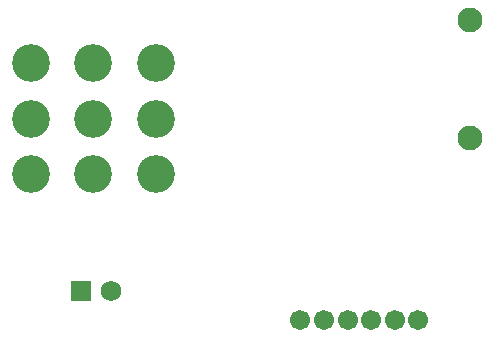
<source format=gbs>
G04 Layer: BottomSolderMaskLayer*
G04 EasyEDA v6.5.34, 2023-09-11 20:58:26*
G04 66fbaccae1544829bfe50452f84a022a,2c7f107921f9494b8657ce3d0c88cbd9,10*
G04 Gerber Generator version 0.2*
G04 Scale: 100 percent, Rotated: No, Reflected: No *
G04 Dimensions in millimeters *
G04 leading zeros omitted , absolute positions ,4 integer and 5 decimal *
%FSLAX45Y45*%
%MOMM*%

%AMMACRO1*1,1,$1,$2,$3*1,1,$1,$4,$5*1,1,$1,0-$2,0-$3*1,1,$1,0-$4,0-$5*20,1,$1,$2,$3,$4,$5,0*20,1,$1,$4,$5,0-$2,0-$3,0*20,1,$1,0-$2,0-$3,0-$4,0-$5,0*20,1,$1,0-$4,0-$5,$2,$3,0*4,1,4,$2,$3,$4,$5,0-$2,0-$3,0-$4,0-$5,$2,$3,0*%
%ADD10C,2.1016*%
%ADD11C,3.2032*%
%ADD12C,1.7272*%
%ADD13MACRO1,0.2032X0.762X-0.762X-0.762X-0.762*%
%ADD14C,1.7016*%

%LPD*%
D10*
G01*
X5207000Y14262100D03*
G01*
X5207000Y13262102D03*
D11*
G01*
X1489303Y13893901D03*
G01*
X2019300Y13893901D03*
G01*
X2549296Y13893901D03*
G01*
X1489303Y13423900D03*
G01*
X2019300Y13423900D03*
G01*
X2549296Y13423900D03*
G01*
X1489303Y12953898D03*
G01*
X2019300Y12953898D03*
G01*
X2549296Y12953898D03*
D12*
G01*
X2171687Y11963400D03*
D13*
G01*
X1917700Y11963400D03*
D14*
G01*
X3771900Y11722100D03*
G01*
X3971899Y11722100D03*
G01*
X4171899Y11722100D03*
G01*
X4371898Y11722100D03*
G01*
X4571898Y11722100D03*
G01*
X4771897Y11722100D03*
M02*

</source>
